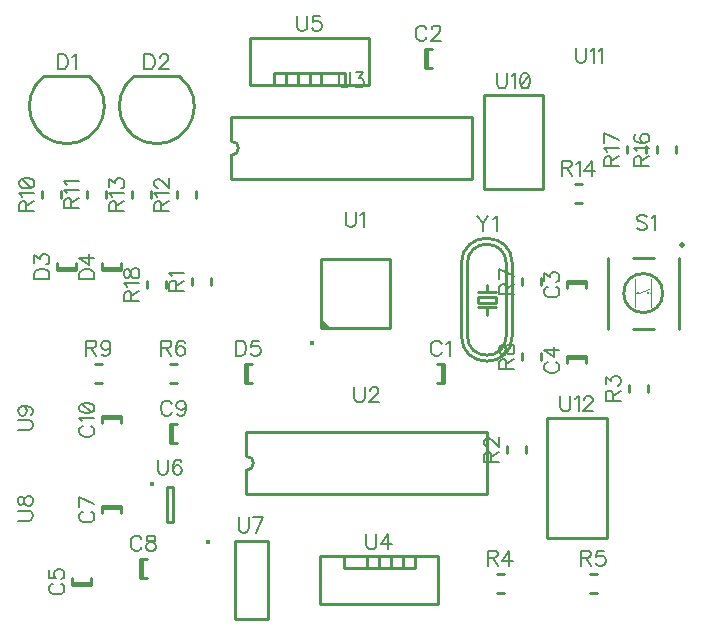
<source format=gto>
G04 DipTrace Beta 2.3.9.1*
%INswarm.gto*%
%MOIN*%
%ADD10C,0.0098*%
%ADD19C,0.0039*%
%ADD20C,0.0197*%
%ADD22O,0.0164X0.0165*%
%ADD28C,0.0154*%
%ADD81C,0.0077*%
%FSLAX44Y44*%
G04*
G70*
G90*
G75*
G01*
%LNTopSilk*%
%LPD*%
X18929Y13252D2*
D10*
Y12622D1*
X19004Y13252D2*
Y12622D1*
Y13252D2*
X18768D1*
X19004Y12622D2*
X18768D1*
X18445Y23122D2*
Y23752D1*
X18370Y23122D2*
Y23752D1*
Y23122D2*
X18606D1*
X18370Y23752D2*
X18606D1*
X23122Y15929D2*
X23752D1*
X23122Y16004D2*
X23752D1*
X23122D2*
Y15768D1*
X23752Y16004D2*
Y15768D1*
X23122Y13429D2*
X23752D1*
X23122Y13504D2*
X23752D1*
X23122D2*
Y13268D1*
X23752Y13504D2*
Y13268D1*
X7252Y5945D2*
X6622D1*
X7252Y5870D2*
X6622D1*
X7252D2*
Y6106D1*
X6622Y5870D2*
Y6106D1*
X7622Y8429D2*
X8252D1*
X7622Y8504D2*
X8252D1*
X7622D2*
Y8268D1*
X8252Y8504D2*
Y8268D1*
X8945Y6122D2*
Y6752D1*
X8870Y6122D2*
Y6752D1*
Y6122D2*
X9106D1*
X8870Y6752D2*
X9106D1*
X9945Y10622D2*
Y11252D1*
X9870Y10622D2*
Y11252D1*
Y10622D2*
X10106D1*
X9870Y11252D2*
X10106D1*
X7622Y11429D2*
X8252D1*
X7622Y11504D2*
X8252D1*
X7622D2*
Y11268D1*
X8252Y11504D2*
Y11268D1*
X5688Y22835D2*
X7186D1*
X5685Y22832D2*
G03X7189Y22832I752J-998D01*
G01*
X8688Y22835D2*
X10186D1*
X8685Y22832D2*
G03X10189Y22832I752J-998D01*
G01*
X6122Y16370D2*
Y16606D1*
X6752Y16370D2*
Y16606D1*
Y16445D2*
X6122D1*
X6752Y16370D2*
X6122D1*
X7622D2*
Y16606D1*
X8252Y16370D2*
Y16606D1*
Y16445D2*
X7622D1*
X8252Y16370D2*
X7622D1*
X12370Y13252D2*
X12606D1*
X12370Y12622D2*
X12606D1*
X12445D2*
Y13252D1*
X12370Y12622D2*
Y13252D1*
X11252Y15870D2*
Y16106D1*
X10622Y15870D2*
Y16106D1*
X21122Y10504D2*
Y10268D1*
X21752Y10504D2*
Y10268D1*
X25174Y12555D2*
Y12319D1*
X25803Y12555D2*
Y12319D1*
X21004Y6252D2*
X20768D1*
X21004Y5622D2*
X20768D1*
X23870D2*
X24106D1*
X23870Y6252D2*
X24106D1*
X9870Y12622D2*
X10106D1*
X9870Y13252D2*
X10106D1*
X22252Y15870D2*
Y16106D1*
X21622Y15870D2*
Y16106D1*
X22252Y13370D2*
Y13606D1*
X21622Y13370D2*
Y13606D1*
X7370Y12622D2*
X7606D1*
X7370Y13252D2*
X7606D1*
X6252Y18768D2*
Y19004D1*
X5622Y18768D2*
Y19004D1*
X7752Y18768D2*
Y19004D1*
X7122Y18768D2*
Y19004D1*
X10122D2*
Y18768D1*
X10752Y19004D2*
Y18768D1*
X8622Y19004D2*
Y18768D1*
X9252Y19004D2*
Y18768D1*
X23370Y18622D2*
X23606D1*
X23370Y19252D2*
X23606D1*
X26122Y20504D2*
Y20268D1*
X26752Y20504D2*
Y20268D1*
X25122Y20504D2*
Y20268D1*
X25752Y20504D2*
Y20268D1*
X9122Y16004D2*
Y15768D1*
X9752Y16004D2*
Y15768D1*
X25000Y15608D2*
G02X25000Y15608I650J0D01*
G01*
X26831Y16789D2*
Y14427D1*
X24469Y16789D2*
Y14427D1*
X26004D2*
X25295D1*
X26004Y16789D2*
X25295D1*
X25374Y16081D2*
D19*
Y15136D1*
X25925Y16081D2*
Y15136D1*
X25374Y15608D2*
X25433D1*
X25925D2*
X25866D1*
X25433D2*
G02X25433Y15608I39J0D01*
G01*
X25767D2*
G02X25767Y15608I39J0D01*
G01*
X25512D2*
X25827Y15746D1*
D20*
X26929Y17203D3*
X14917Y14449D2*
D10*
X17201D1*
Y16732D1*
X14917D1*
Y14449D1*
D22*
X14606Y13932D3*
G36*
X14917Y14449D2*
X15232D1*
X14917Y14764D1*
Y14449D1*
G37*
X12421Y10961D2*
D10*
X20453D1*
Y8913D2*
Y10961D1*
X12421Y8913D2*
X20453D1*
X12421D2*
Y9701D1*
Y10961D2*
Y10173D1*
Y9701D2*
G03X12421Y10173I0J236D01*
G01*
X11921Y21461D2*
X19953D1*
Y19413D2*
Y21461D1*
X11921Y19413D2*
X19953D1*
X11921D2*
Y20201D1*
Y21461D2*
Y20673D1*
Y20201D2*
G03X11921Y20673I0J236D01*
G01*
X18815Y5256D2*
X14878D1*
Y6831D1*
X18815D1*
Y5256D1*
X18028Y6437D2*
X15665D1*
Y6831D1*
X18028D1*
Y6437D1*
X17634D2*
Y6831D1*
X17240Y6437D2*
Y6831D1*
X16846Y6437D2*
Y6831D1*
X16453Y6437D2*
Y6831D1*
X12559Y24118D2*
X16496D1*
Y22543D1*
X12559D1*
Y24118D1*
X13346Y22937D2*
X15709D1*
Y22543D1*
X13346D1*
Y22937D1*
X13740D2*
Y22543D1*
X14134Y22937D2*
Y22543D1*
X14528Y22937D2*
Y22543D1*
X14921Y22937D2*
Y22543D1*
D28*
X9290Y9245D3*
X9791Y9153D2*
D10*
Y7972D1*
X9988D1*
Y9153D1*
X9791D1*
D28*
X11135Y7320D3*
X12028Y7331D2*
D10*
Y4732D1*
X13130Y7331D2*
Y4732D1*
X12028D2*
X13130D1*
X12028Y7331D2*
X13130D1*
X22315Y22205D2*
X20346D1*
Y19094D1*
X22315D1*
Y22205D1*
X22437Y7437D2*
X24437D1*
Y11437D1*
X22437D1*
Y7437D1*
X21287Y14187D2*
Y16587D1*
X19587Y14187D2*
Y16587D1*
X21087Y14187D2*
Y16587D1*
X19787D2*
Y14187D1*
X20137Y15287D2*
Y15487D1*
X20737D1*
Y15287D1*
X20137D1*
Y15637D2*
X20437D1*
X20737D1*
X20137Y15137D2*
X20437D1*
X20737D1*
X20437Y15637D2*
Y15887D1*
Y15137D2*
Y14887D1*
X19587Y14187D2*
G03X21287Y14187I850J0D01*
G01*
Y16587D2*
G03X19587Y16587I-850J0D01*
G01*
X19787Y14187D2*
G03X21087Y14187I650J0D01*
G01*
Y16587D2*
G03X19787Y16587I-650J0D01*
G01*
X18928Y13904D2*
D81*
X18904Y13952D1*
X18856Y14000D1*
X18809Y14024D1*
X18713D1*
X18665Y14000D1*
X18617Y13952D1*
X18593Y13904D1*
X18569Y13832D1*
Y13712D1*
X18593Y13641D1*
X18617Y13593D1*
X18665Y13545D1*
X18713Y13521D1*
X18809D1*
X18856Y13545D1*
X18904Y13593D1*
X18928Y13641D1*
X19082Y13927D2*
X19130Y13952D1*
X19202Y14023D1*
Y13521D1*
X18423Y24404D2*
X18399Y24452D1*
X18351Y24500D1*
X18303Y24524D1*
X18208D1*
X18160Y24500D1*
X18112Y24452D1*
X18088Y24404D1*
X18064Y24332D1*
Y24212D1*
X18088Y24141D1*
X18112Y24093D1*
X18160Y24045D1*
X18208Y24021D1*
X18303D1*
X18351Y24045D1*
X18399Y24093D1*
X18423Y24141D1*
X18602Y24404D2*
Y24427D1*
X18625Y24475D1*
X18649Y24499D1*
X18697Y24523D1*
X18793D1*
X18840Y24499D1*
X18864Y24475D1*
X18888Y24427D1*
Y24380D1*
X18864Y24332D1*
X18817Y24260D1*
X18577Y24021D1*
X18912D1*
X22470Y15821D2*
X22422Y15797D1*
X22374Y15749D1*
X22350Y15701D1*
Y15606D1*
X22374Y15557D1*
X22422Y15510D1*
X22470Y15486D1*
X22542Y15462D1*
X22662D1*
X22733Y15486D1*
X22781Y15510D1*
X22829Y15557D1*
X22853Y15606D1*
Y15701D1*
X22829Y15749D1*
X22781Y15797D1*
X22733Y15821D1*
X22351Y16023D2*
Y16286D1*
X22542Y16142D1*
Y16214D1*
X22566Y16262D1*
X22590Y16286D1*
X22662Y16310D1*
X22709D1*
X22781Y16286D1*
X22829Y16238D1*
X22853Y16166D1*
Y16094D1*
X22829Y16023D1*
X22805Y15999D1*
X22757Y15975D1*
X22470Y13309D2*
X22422Y13285D1*
X22374Y13237D1*
X22350Y13189D1*
Y13094D1*
X22374Y13046D1*
X22422Y12998D1*
X22470Y12974D1*
X22542Y12950D1*
X22662D1*
X22733Y12974D1*
X22781Y12998D1*
X22829Y13046D1*
X22853Y13094D1*
Y13189D1*
X22829Y13237D1*
X22781Y13285D1*
X22733Y13309D1*
X22853Y13702D2*
X22351D1*
X22685Y13463D1*
Y13822D1*
X5970Y5923D2*
X5922Y5899D1*
X5874Y5851D1*
X5850Y5803D1*
Y5708D1*
X5874Y5660D1*
X5922Y5612D1*
X5970Y5588D1*
X6042Y5564D1*
X6162D1*
X6233Y5588D1*
X6281Y5612D1*
X6329Y5660D1*
X6353Y5708D1*
Y5803D1*
X6329Y5851D1*
X6281Y5899D1*
X6233Y5923D1*
X5851Y6364D2*
Y6125D1*
X6066Y6102D1*
X6042Y6125D1*
X6018Y6197D1*
Y6269D1*
X6042Y6340D1*
X6090Y6388D1*
X6162Y6412D1*
X6209D1*
X6281Y6388D1*
X6329Y6340D1*
X6353Y6269D1*
Y6197D1*
X6329Y6125D1*
X6305Y6102D1*
X6257Y6077D1*
X6970Y8321D2*
X6922Y8297D1*
X6874Y8249D1*
X6850Y8201D1*
Y8106D1*
X6874Y8057D1*
X6922Y8010D1*
X6970Y7986D1*
X7042Y7962D1*
X7162D1*
X7233Y7986D1*
X7281Y8010D1*
X7329Y8057D1*
X7353Y8106D1*
Y8201D1*
X7329Y8249D1*
X7281Y8297D1*
X7233Y8321D1*
X7353Y8571D2*
X6851Y8810D1*
Y8475D1*
X8923Y7404D2*
X8899Y7452D1*
X8851Y7500D1*
X8804Y7524D1*
X8708D1*
X8660Y7500D1*
X8613Y7452D1*
X8588Y7404D1*
X8564Y7332D1*
Y7212D1*
X8588Y7141D1*
X8613Y7093D1*
X8660Y7045D1*
X8708Y7021D1*
X8804D1*
X8851Y7045D1*
X8899Y7093D1*
X8923Y7141D1*
X9197Y7523D2*
X9126Y7499D1*
X9101Y7452D1*
Y7404D1*
X9126Y7356D1*
X9173Y7332D1*
X9269Y7308D1*
X9341Y7284D1*
X9388Y7236D1*
X9412Y7189D1*
Y7117D1*
X9388Y7069D1*
X9364Y7045D1*
X9293Y7021D1*
X9197D1*
X9126Y7045D1*
X9101Y7069D1*
X9078Y7117D1*
Y7189D1*
X9101Y7236D1*
X9149Y7284D1*
X9221Y7308D1*
X9316Y7332D1*
X9364Y7356D1*
X9388Y7404D1*
Y7452D1*
X9364Y7499D1*
X9293Y7523D1*
X9197D1*
X9935Y11904D2*
X9911Y11952D1*
X9863Y12000D1*
X9815Y12024D1*
X9720D1*
X9672Y12000D1*
X9624Y11952D1*
X9600Y11904D1*
X9576Y11832D1*
Y11712D1*
X9600Y11641D1*
X9624Y11593D1*
X9672Y11545D1*
X9720Y11521D1*
X9815D1*
X9863Y11545D1*
X9911Y11593D1*
X9935Y11641D1*
X10400Y11856D2*
X10376Y11784D1*
X10328Y11736D1*
X10257Y11712D1*
X10233D1*
X10161Y11736D1*
X10113Y11784D1*
X10089Y11856D1*
Y11880D1*
X10113Y11952D1*
X10161Y11999D1*
X10233Y12023D1*
X10257D1*
X10328Y11999D1*
X10376Y11952D1*
X10400Y11856D1*
Y11736D1*
X10376Y11617D1*
X10328Y11545D1*
X10257Y11521D1*
X10209D1*
X10137Y11545D1*
X10113Y11593D1*
X6970Y11183D2*
X6922Y11160D1*
X6874Y11112D1*
X6850Y11064D1*
Y10968D1*
X6874Y10920D1*
X6922Y10873D1*
X6970Y10848D1*
X7042Y10825D1*
X7162D1*
X7233Y10848D1*
X7281Y10873D1*
X7329Y10920D1*
X7353Y10968D1*
Y11064D1*
X7329Y11112D1*
X7281Y11160D1*
X7233Y11183D1*
X6947Y11338D2*
X6922Y11386D1*
X6851Y11458D1*
X7353D1*
X6851Y11756D2*
X6875Y11684D1*
X6947Y11636D1*
X7066Y11612D1*
X7138D1*
X7257Y11636D1*
X7329Y11684D1*
X7353Y11756D1*
Y11803D1*
X7329Y11875D1*
X7257Y11923D1*
X7138Y11947D1*
X7066D1*
X6947Y11923D1*
X6875Y11875D1*
X6851Y11803D1*
Y11756D1*
X6947Y11923D2*
X7257Y11636D1*
X6132Y23567D2*
Y23064D1*
X6300D1*
X6372Y23089D1*
X6420Y23136D1*
X6444Y23184D1*
X6467Y23256D1*
Y23376D1*
X6444Y23447D1*
X6420Y23495D1*
X6372Y23543D1*
X6300Y23567D1*
X6132D1*
X6622Y23471D2*
X6670Y23495D1*
X6742Y23566D1*
Y23064D1*
X9025Y23567D2*
Y23064D1*
X9192D1*
X9264Y23089D1*
X9312Y23136D1*
X9336Y23184D1*
X9360Y23256D1*
Y23376D1*
X9336Y23447D1*
X9312Y23495D1*
X9264Y23543D1*
X9192Y23567D1*
X9025D1*
X9539Y23447D2*
Y23471D1*
X9562Y23519D1*
X9586Y23542D1*
X9634Y23566D1*
X9730D1*
X9777Y23542D1*
X9801Y23519D1*
X9825Y23471D1*
Y23423D1*
X9801Y23375D1*
X9754Y23304D1*
X9514Y23064D1*
X9849D1*
X5350Y16076D2*
X5853D1*
Y16244D1*
X5829Y16315D1*
X5781Y16363D1*
X5733Y16387D1*
X5662Y16411D1*
X5542D1*
X5470Y16387D1*
X5422Y16363D1*
X5374Y16315D1*
X5350Y16244D1*
Y16076D1*
X5351Y16613D2*
Y16876D1*
X5542Y16733D1*
Y16805D1*
X5566Y16852D1*
X5590Y16876D1*
X5662Y16900D1*
X5709D1*
X5781Y16876D1*
X5829Y16828D1*
X5853Y16757D1*
Y16685D1*
X5829Y16613D1*
X5805Y16590D1*
X5757Y16565D1*
X6850Y16064D2*
X7353D1*
Y16232D1*
X7329Y16303D1*
X7281Y16352D1*
X7233Y16375D1*
X7162Y16399D1*
X7042D1*
X6970Y16375D1*
X6922Y16352D1*
X6874Y16303D1*
X6850Y16232D1*
Y16064D1*
X7353Y16793D2*
X6851D1*
X7185Y16554D1*
Y16912D1*
X12076Y14024D2*
Y13521D1*
X12244D1*
X12315Y13545D1*
X12363Y13593D1*
X12387Y13641D1*
X12411Y13712D1*
Y13832D1*
X12387Y13904D1*
X12363Y13952D1*
X12315Y14000D1*
X12244Y14024D1*
X12076D1*
X12852Y14023D2*
X12613D1*
X12590Y13808D1*
X12613Y13832D1*
X12685Y13856D1*
X12757D1*
X12828Y13832D1*
X12877Y13784D1*
X12900Y13712D1*
Y13665D1*
X12877Y13593D1*
X12828Y13545D1*
X12757Y13521D1*
X12685D1*
X12613Y13545D1*
X12590Y13569D1*
X12565Y13617D1*
X10090Y15684D2*
Y15899D1*
X10065Y15970D1*
X10042Y15995D1*
X9994Y16018D1*
X9946D1*
X9899Y15995D1*
X9874Y15970D1*
X9850Y15899D1*
Y15684D1*
X10353D1*
X10090Y15851D2*
X10353Y16018D1*
X9947Y16173D2*
X9922Y16221D1*
X9851Y16293D1*
X10353D1*
X20590Y9974D2*
Y10189D1*
X20565Y10261D1*
X20542Y10285D1*
X20494Y10309D1*
X20446D1*
X20399Y10285D1*
X20374Y10261D1*
X20350Y10189D1*
Y9974D1*
X20853D1*
X20590Y10141D2*
X20853Y10309D1*
X20470Y10487D2*
X20447D1*
X20399Y10511D1*
X20375Y10535D1*
X20351Y10583D1*
Y10679D1*
X20375Y10726D1*
X20399Y10750D1*
X20447Y10774D1*
X20494D1*
X20542Y10750D1*
X20614Y10702D1*
X20853Y10463D1*
Y10798D1*
X24641Y12025D2*
Y12240D1*
X24617Y12312D1*
X24593Y12336D1*
X24545Y12360D1*
X24497D1*
X24450Y12336D1*
X24425Y12312D1*
X24402Y12240D1*
Y12025D1*
X24904D1*
X24641Y12192D2*
X24904Y12360D1*
X24402Y12562D2*
Y12825D1*
X24593Y12682D1*
Y12754D1*
X24617Y12801D1*
X24641Y12825D1*
X24713Y12849D1*
X24760D1*
X24832Y12825D1*
X24880Y12777D1*
X24904Y12705D1*
Y12634D1*
X24880Y12562D1*
X24856Y12539D1*
X24808Y12514D1*
X20462Y6784D2*
X20677D1*
X20749Y6809D1*
X20773Y6832D1*
X20797Y6880D1*
Y6928D1*
X20773Y6975D1*
X20749Y7000D1*
X20677Y7024D1*
X20462D1*
Y6521D1*
X20629Y6784D2*
X20797Y6521D1*
X21190D2*
Y7023D1*
X20951Y6689D1*
X21310D1*
X23576Y6784D2*
X23791D1*
X23863Y6809D1*
X23887Y6832D1*
X23911Y6880D1*
Y6928D1*
X23887Y6975D1*
X23863Y7000D1*
X23791Y7024D1*
X23576D1*
Y6521D1*
X23744Y6784D2*
X23911Y6521D1*
X24352Y7023D2*
X24113D1*
X24090Y6808D1*
X24113Y6832D1*
X24185Y6856D1*
X24257D1*
X24328Y6832D1*
X24377Y6784D1*
X24400Y6712D1*
Y6665D1*
X24377Y6593D1*
X24328Y6545D1*
X24257Y6521D1*
X24185D1*
X24113Y6545D1*
X24090Y6569D1*
X24065Y6617D1*
X9588Y13784D2*
X9803D1*
X9875Y13809D1*
X9899Y13832D1*
X9923Y13880D1*
Y13928D1*
X9899Y13975D1*
X9875Y14000D1*
X9803Y14024D1*
X9588D1*
Y13521D1*
X9756Y13784D2*
X9923Y13521D1*
X10364Y13952D2*
X10341Y13999D1*
X10269Y14023D1*
X10221D1*
X10149Y13999D1*
X10101Y13927D1*
X10078Y13808D1*
Y13689D1*
X10101Y13593D1*
X10149Y13545D1*
X10221Y13521D1*
X10245D1*
X10316Y13545D1*
X10364Y13593D1*
X10388Y13665D1*
Y13689D1*
X10364Y13760D1*
X10316Y13808D1*
X10245Y13832D1*
X10221D1*
X10149Y13808D1*
X10101Y13760D1*
X10078Y13689D1*
X21090Y15576D2*
Y15791D1*
X21065Y15863D1*
X21042Y15887D1*
X20994Y15911D1*
X20946D1*
X20899Y15887D1*
X20874Y15863D1*
X20850Y15791D1*
Y15576D1*
X21353D1*
X21090Y15744D2*
X21353Y15911D1*
Y16161D2*
X20851Y16400D1*
Y16065D1*
X21090Y13076D2*
Y13291D1*
X21065Y13363D1*
X21042Y13388D1*
X20994Y13411D1*
X20946D1*
X20899Y13388D1*
X20874Y13363D1*
X20850Y13291D1*
Y13076D1*
X21353D1*
X21090Y13244D2*
X21353Y13411D1*
X20851Y13685D2*
X20875Y13614D1*
X20922Y13589D1*
X20970D1*
X21018Y13614D1*
X21042Y13661D1*
X21066Y13757D1*
X21090Y13829D1*
X21138Y13876D1*
X21185Y13900D1*
X21257D1*
X21305Y13876D1*
X21329Y13853D1*
X21353Y13781D1*
Y13685D1*
X21329Y13614D1*
X21305Y13589D1*
X21257Y13566D1*
X21185D1*
X21138Y13589D1*
X21090Y13638D1*
X21066Y13709D1*
X21042Y13804D1*
X21018Y13853D1*
X20970Y13876D1*
X20922D1*
X20875Y13853D1*
X20851Y13781D1*
Y13685D1*
X7088Y13784D2*
X7303D1*
X7375Y13809D1*
X7399Y13832D1*
X7423Y13880D1*
Y13928D1*
X7399Y13975D1*
X7375Y14000D1*
X7303Y14024D1*
X7088D1*
Y13521D1*
X7255Y13784D2*
X7423Y13521D1*
X7888Y13856D2*
X7864Y13784D1*
X7817Y13736D1*
X7745Y13712D1*
X7721D1*
X7649Y13736D1*
X7602Y13784D1*
X7577Y13856D1*
Y13880D1*
X7602Y13952D1*
X7649Y13999D1*
X7721Y14023D1*
X7745D1*
X7817Y13999D1*
X7864Y13952D1*
X7888Y13856D1*
Y13736D1*
X7864Y13617D1*
X7817Y13545D1*
X7745Y13521D1*
X7697D1*
X7625Y13545D1*
X7602Y13593D1*
X5090Y18337D2*
Y18552D1*
X5065Y18623D1*
X5042Y18648D1*
X4994Y18671D1*
X4946D1*
X4899Y18648D1*
X4874Y18623D1*
X4850Y18552D1*
Y18337D1*
X5353D1*
X5090Y18504D2*
X5353Y18671D1*
X4947Y18826D2*
X4922Y18874D1*
X4851Y18946D1*
X5353D1*
X4851Y19244D2*
X4875Y19172D1*
X4947Y19124D1*
X5066Y19100D1*
X5138D1*
X5257Y19124D1*
X5329Y19172D1*
X5353Y19244D1*
Y19291D1*
X5329Y19363D1*
X5257Y19411D1*
X5138Y19435D1*
X5066D1*
X4947Y19411D1*
X4875Y19363D1*
X4851Y19291D1*
Y19244D1*
X4947Y19411D2*
X5257Y19124D1*
X6590Y18444D2*
Y18659D1*
X6565Y18731D1*
X6542Y18755D1*
X6494Y18779D1*
X6446D1*
X6399Y18755D1*
X6374Y18731D1*
X6350Y18659D1*
Y18444D1*
X6853D1*
X6590Y18612D2*
X6853Y18779D1*
X6447Y18933D2*
X6422Y18981D1*
X6351Y19053D1*
X6853D1*
X6447Y19208D2*
X6422Y19256D1*
X6351Y19328D1*
X6853D1*
X9590Y18337D2*
Y18552D1*
X9565Y18623D1*
X9542Y18648D1*
X9494Y18671D1*
X9446D1*
X9399Y18648D1*
X9374Y18623D1*
X9350Y18552D1*
Y18337D1*
X9853D1*
X9590Y18504D2*
X9853Y18671D1*
X9447Y18826D2*
X9422Y18874D1*
X9351Y18946D1*
X9853D1*
X9470Y19125D2*
X9447D1*
X9399Y19148D1*
X9375Y19172D1*
X9351Y19220D1*
Y19316D1*
X9375Y19363D1*
X9399Y19387D1*
X9447Y19411D1*
X9494D1*
X9542Y19387D1*
X9614Y19340D1*
X9853Y19100D1*
Y19435D1*
X8090Y18337D2*
Y18552D1*
X8065Y18623D1*
X8042Y18648D1*
X7994Y18671D1*
X7946D1*
X7899Y18648D1*
X7874Y18623D1*
X7850Y18552D1*
Y18337D1*
X8353D1*
X8090Y18504D2*
X8353Y18671D1*
X7947Y18826D2*
X7922Y18874D1*
X7851Y18946D1*
X8353D1*
X7851Y19148D2*
Y19411D1*
X8042Y19268D1*
Y19340D1*
X8066Y19387D1*
X8090Y19411D1*
X8162Y19435D1*
X8209D1*
X8281Y19411D1*
X8329Y19363D1*
X8353Y19291D1*
Y19220D1*
X8329Y19148D1*
X8305Y19125D1*
X8257Y19100D1*
X22927Y19784D2*
X23142D1*
X23214Y19809D1*
X23238Y19832D1*
X23262Y19880D1*
Y19928D1*
X23238Y19975D1*
X23214Y20000D1*
X23142Y20024D1*
X22927D1*
Y19521D1*
X23094Y19784D2*
X23262Y19521D1*
X23416Y19927D2*
X23464Y19952D1*
X23536Y20023D1*
Y19521D1*
X23930D2*
Y20023D1*
X23691Y19689D1*
X24049D1*
X25590Y19849D2*
Y20064D1*
X25565Y20136D1*
X25542Y20160D1*
X25494Y20184D1*
X25446D1*
X25399Y20160D1*
X25374Y20136D1*
X25350Y20064D1*
Y19849D1*
X25853D1*
X25590Y20016D2*
X25853Y20184D1*
X25447Y20338D2*
X25422Y20386D1*
X25351Y20458D1*
X25853D1*
X25422Y20899D2*
X25375Y20875D1*
X25351Y20804D1*
Y20756D1*
X25375Y20684D1*
X25447Y20636D1*
X25566Y20612D1*
X25685D1*
X25781Y20636D1*
X25829Y20684D1*
X25853Y20756D1*
Y20780D1*
X25829Y20851D1*
X25781Y20899D1*
X25709Y20923D1*
X25685D1*
X25614Y20899D1*
X25566Y20851D1*
X25542Y20780D1*
Y20756D1*
X25566Y20684D1*
X25614Y20636D1*
X25685Y20612D1*
X24590Y19837D2*
Y20052D1*
X24565Y20123D1*
X24542Y20148D1*
X24494Y20171D1*
X24446D1*
X24399Y20148D1*
X24374Y20123D1*
X24350Y20052D1*
Y19837D1*
X24853D1*
X24590Y20004D2*
X24853Y20171D1*
X24447Y20326D2*
X24422Y20374D1*
X24351Y20446D1*
X24853D1*
Y20696D2*
X24351Y20935D1*
Y20600D1*
X8590Y15337D2*
Y15552D1*
X8565Y15624D1*
X8542Y15648D1*
X8494Y15672D1*
X8446D1*
X8399Y15648D1*
X8374Y15624D1*
X8350Y15552D1*
Y15337D1*
X8853D1*
X8590Y15504D2*
X8853Y15672D1*
X8447Y15826D2*
X8422Y15874D1*
X8351Y15946D1*
X8853D1*
X8351Y16220D2*
X8375Y16149D1*
X8422Y16124D1*
X8470D1*
X8518Y16149D1*
X8542Y16196D1*
X8566Y16292D1*
X8590Y16364D1*
X8638Y16411D1*
X8685Y16435D1*
X8757D1*
X8805Y16411D1*
X8829Y16387D1*
X8853Y16315D1*
Y16220D1*
X8829Y16149D1*
X8805Y16124D1*
X8757Y16100D1*
X8685D1*
X8638Y16124D1*
X8590Y16172D1*
X8566Y16244D1*
X8542Y16339D1*
X8518Y16387D1*
X8470Y16411D1*
X8422D1*
X8375Y16387D1*
X8351Y16315D1*
Y16220D1*
X25778Y18139D2*
X25731Y18187D1*
X25659Y18211D1*
X25563D1*
X25491Y18187D1*
X25443Y18139D1*
Y18091D1*
X25468Y18043D1*
X25491Y18019D1*
X25539Y17996D1*
X25683Y17947D1*
X25731Y17924D1*
X25755Y17899D1*
X25778Y17852D1*
Y17780D1*
X25731Y17732D1*
X25659Y17708D1*
X25563D1*
X25491Y17732D1*
X25443Y17780D1*
X25933Y18114D2*
X25981Y18139D1*
X26053Y18210D1*
Y17708D1*
X15735Y18311D2*
Y17952D1*
X15759Y17880D1*
X15807Y17833D1*
X15878Y17809D1*
X15926D1*
X15998Y17833D1*
X16046Y17880D1*
X16070Y17952D1*
Y18311D1*
X16224Y18215D2*
X16272Y18239D1*
X16344Y18310D1*
Y17809D1*
X16025Y12465D2*
Y12106D1*
X16049Y12034D1*
X16097Y11986D1*
X16169Y11962D1*
X16216D1*
X16288Y11986D1*
X16336Y12034D1*
X16360Y12106D1*
Y12465D1*
X16539Y12345D2*
Y12368D1*
X16562Y12416D1*
X16586Y12440D1*
X16634Y12464D1*
X16730D1*
X16777Y12440D1*
X16801Y12416D1*
X16825Y12368D1*
Y12321D1*
X16801Y12273D1*
X16754Y12201D1*
X16514Y11962D1*
X16849D1*
X15525Y22965D2*
Y22606D1*
X15549Y22534D1*
X15597Y22486D1*
X15669Y22462D1*
X15716D1*
X15788Y22486D1*
X15836Y22534D1*
X15860Y22606D1*
Y22965D1*
X16062Y22964D2*
X16325D1*
X16182Y22773D1*
X16254D1*
X16301Y22749D1*
X16325Y22725D1*
X16349Y22653D1*
Y22606D1*
X16325Y22534D1*
X16277Y22486D1*
X16205Y22462D1*
X16134D1*
X16062Y22486D1*
X16039Y22510D1*
X16014Y22558D1*
X16422Y7563D2*
Y7204D1*
X16446Y7132D1*
X16494Y7085D1*
X16566Y7061D1*
X16614D1*
X16686Y7085D1*
X16734Y7132D1*
X16757Y7204D1*
Y7563D1*
X17151Y7061D2*
Y7562D1*
X16912Y7228D1*
X17270D1*
X14115Y24850D2*
Y24492D1*
X14139Y24420D1*
X14187Y24372D1*
X14259Y24348D1*
X14307D1*
X14379Y24372D1*
X14427Y24420D1*
X14450Y24492D1*
Y24850D1*
X14892D2*
X14653D1*
X14629Y24635D1*
X14653Y24659D1*
X14725Y24683D1*
X14796D1*
X14868Y24659D1*
X14916Y24611D1*
X14940Y24539D1*
Y24492D1*
X14916Y24420D1*
X14868Y24372D1*
X14796Y24348D1*
X14725D1*
X14653Y24372D1*
X14629Y24396D1*
X14605Y24444D1*
X9481Y10055D2*
Y9696D1*
X9505Y9624D1*
X9553Y9577D1*
X9625Y9552D1*
X9672D1*
X9744Y9577D1*
X9792Y9624D1*
X9816Y9696D1*
Y10055D1*
X10257Y9983D2*
X10233Y10030D1*
X10162Y10054D1*
X10114D1*
X10042Y10030D1*
X9994Y9959D1*
X9970Y9839D1*
Y9720D1*
X9994Y9624D1*
X10042Y9576D1*
X10114Y9552D1*
X10138D1*
X10209Y9576D1*
X10257Y9624D1*
X10281Y9696D1*
Y9720D1*
X10257Y9792D1*
X10209Y9839D1*
X10138Y9863D1*
X10114D1*
X10042Y9839D1*
X9994Y9792D1*
X9970Y9720D1*
X12167Y8130D2*
Y7771D1*
X12190Y7699D1*
X12238Y7651D1*
X12310Y7627D1*
X12358D1*
X12430Y7651D1*
X12478Y7699D1*
X12502Y7771D1*
Y8130D1*
X12752Y7627D2*
X12991Y8129D1*
X12656D1*
X4805Y8025D2*
X5163D1*
X5235Y8049D1*
X5283Y8097D1*
X5307Y8169D1*
Y8216D1*
X5283Y8288D1*
X5235Y8336D1*
X5163Y8360D1*
X4805D1*
Y8634D2*
X4829Y8563D1*
X4877Y8538D1*
X4925D1*
X4972Y8563D1*
X4997Y8610D1*
X5020Y8706D1*
X5044Y8778D1*
X5092Y8825D1*
X5140Y8849D1*
X5212D1*
X5259Y8825D1*
X5283Y8801D1*
X5307Y8729D1*
Y8634D1*
X5283Y8563D1*
X5259Y8538D1*
X5212Y8514D1*
X5140D1*
X5092Y8538D1*
X5044Y8586D1*
X5020Y8658D1*
X4997Y8753D1*
X4972Y8801D1*
X4925Y8825D1*
X4877D1*
X4829Y8801D1*
X4805Y8729D1*
Y8634D1*
Y11037D2*
X5163D1*
X5235Y11061D1*
X5283Y11109D1*
X5307Y11180D1*
Y11228D1*
X5283Y11300D1*
X5235Y11348D1*
X5163Y11372D1*
X4805D1*
X4972Y11837D2*
X5044Y11813D1*
X5092Y11765D1*
X5116Y11694D1*
Y11670D1*
X5092Y11598D1*
X5044Y11550D1*
X4972Y11526D1*
X4948D1*
X4877Y11550D1*
X4829Y11598D1*
X4805Y11670D1*
Y11694D1*
X4829Y11765D1*
X4877Y11813D1*
X4972Y11837D1*
X5092D1*
X5212Y11813D1*
X5283Y11765D1*
X5307Y11694D1*
Y11646D1*
X5283Y11574D1*
X5235Y11550D1*
X20781Y22937D2*
Y22578D1*
X20805Y22506D1*
X20853Y22459D1*
X20925Y22435D1*
X20973D1*
X21045Y22459D1*
X21093Y22506D1*
X21116Y22578D1*
Y22937D1*
X21271Y22841D2*
X21319Y22865D1*
X21391Y22936D1*
Y22435D1*
X21689Y22936D2*
X21617Y22913D1*
X21569Y22841D1*
X21545Y22721D1*
Y22650D1*
X21569Y22530D1*
X21617Y22458D1*
X21689Y22435D1*
X21736D1*
X21808Y22458D1*
X21856Y22530D1*
X21880Y22650D1*
Y22721D1*
X21856Y22841D1*
X21808Y22913D1*
X21736Y22936D1*
X21689D1*
X21856Y22841D2*
X21569Y22530D1*
X23405Y23779D2*
Y23421D1*
X23429Y23349D1*
X23477Y23301D1*
X23549Y23277D1*
X23596D1*
X23668Y23301D1*
X23716Y23349D1*
X23740Y23421D1*
Y23779D1*
X23895Y23683D2*
X23943Y23707D1*
X24014Y23779D1*
Y23277D1*
X24169Y23683D2*
X24217Y23707D1*
X24289Y23779D1*
Y23277D1*
X22888Y12169D2*
Y11811D1*
X22911Y11739D1*
X22960Y11691D1*
X23031Y11667D1*
X23079D1*
X23151Y11691D1*
X23199Y11739D1*
X23223Y11811D1*
Y12169D1*
X23377Y12073D2*
X23425Y12097D1*
X23497Y12169D1*
Y11667D1*
X23676Y12049D2*
Y12073D1*
X23699Y12121D1*
X23723Y12145D1*
X23771Y12169D1*
X23867D1*
X23914Y12145D1*
X23938Y12121D1*
X23963Y12073D1*
Y12026D1*
X23938Y11977D1*
X23891Y11906D1*
X23651Y11667D1*
X23986D1*
X20109Y18169D2*
X20300Y17930D1*
Y17667D1*
X20491Y18169D2*
X20300Y17930D1*
X20645Y18073D2*
X20694Y18097D1*
X20765Y18169D1*
Y17667D1*
M02*

</source>
